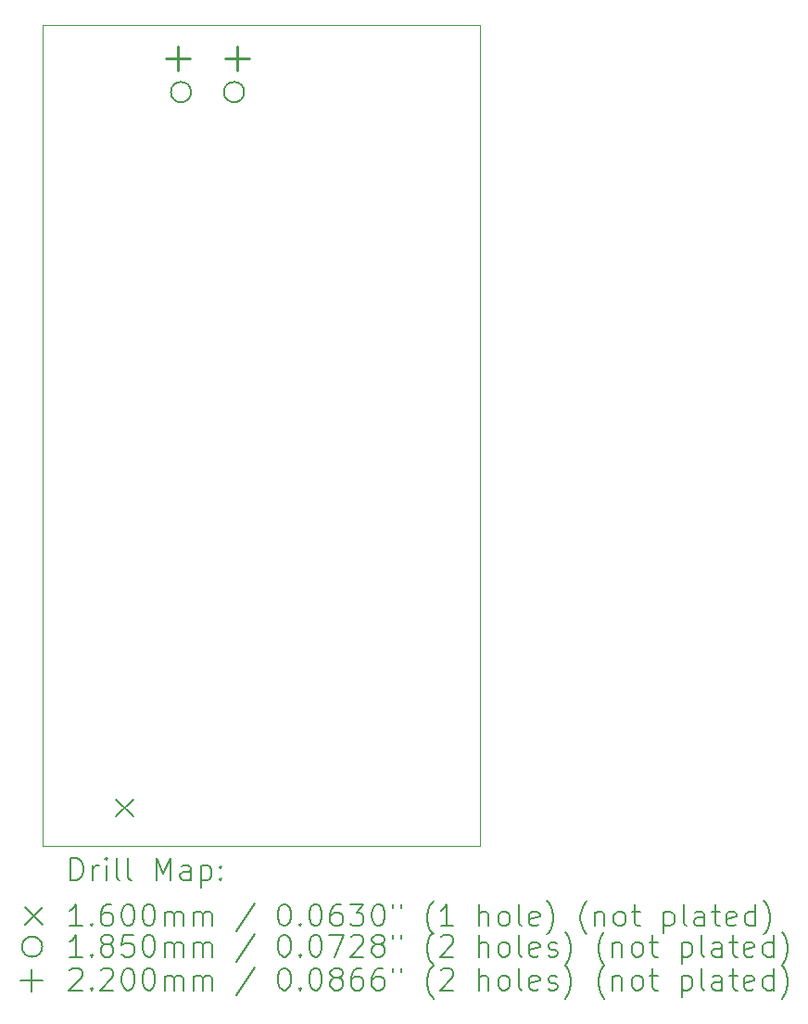
<source format=gbr>
%TF.GenerationSoftware,KiCad,Pcbnew,9.0.6-9.0.6~ubuntu22.04.1*%
%TF.CreationDate,2025-11-25T23:32:49+02:00*%
%TF.ProjectId,pico,7069636f-2e6b-4696-9361-645f70636258,1*%
%TF.SameCoordinates,Original*%
%TF.FileFunction,Drillmap*%
%TF.FilePolarity,Positive*%
%FSLAX45Y45*%
G04 Gerber Fmt 4.5, Leading zero omitted, Abs format (unit mm)*
G04 Created by KiCad (PCBNEW 9.0.6-9.0.6~ubuntu22.04.1) date 2025-11-25 23:32:49*
%MOMM*%
%LPD*%
G01*
G04 APERTURE LIST*
%ADD10C,0.050000*%
%ADD11C,0.200000*%
%ADD12C,0.160000*%
%ADD13C,0.185000*%
%ADD14C,0.220000*%
G04 APERTURE END LIST*
D10*
X10000000Y-5000000D02*
X14000000Y-5000000D01*
X14000000Y-12495000D01*
X10000000Y-12495000D01*
X10000000Y-5000000D01*
D11*
D12*
X10670000Y-12070000D02*
X10830000Y-12230000D01*
X10830000Y-12070000D02*
X10670000Y-12230000D01*
D13*
X11357500Y-5616000D02*
G75*
G02*
X11172500Y-5616000I-92500J0D01*
G01*
X11172500Y-5616000D02*
G75*
G02*
X11357500Y-5616000I92500J0D01*
G01*
X11842500Y-5616000D02*
G75*
G02*
X11657500Y-5616000I-92500J0D01*
G01*
X11657500Y-5616000D02*
G75*
G02*
X11842500Y-5616000I92500J0D01*
G01*
D14*
X11235000Y-5203000D02*
X11235000Y-5423000D01*
X11125000Y-5313000D02*
X11345000Y-5313000D01*
X11780000Y-5203000D02*
X11780000Y-5423000D01*
X11670000Y-5313000D02*
X11890000Y-5313000D01*
D11*
X10258277Y-12808984D02*
X10258277Y-12608984D01*
X10258277Y-12608984D02*
X10305896Y-12608984D01*
X10305896Y-12608984D02*
X10334467Y-12618508D01*
X10334467Y-12618508D02*
X10353515Y-12637555D01*
X10353515Y-12637555D02*
X10363039Y-12656603D01*
X10363039Y-12656603D02*
X10372563Y-12694698D01*
X10372563Y-12694698D02*
X10372563Y-12723269D01*
X10372563Y-12723269D02*
X10363039Y-12761365D01*
X10363039Y-12761365D02*
X10353515Y-12780412D01*
X10353515Y-12780412D02*
X10334467Y-12799460D01*
X10334467Y-12799460D02*
X10305896Y-12808984D01*
X10305896Y-12808984D02*
X10258277Y-12808984D01*
X10458277Y-12808984D02*
X10458277Y-12675650D01*
X10458277Y-12713746D02*
X10467801Y-12694698D01*
X10467801Y-12694698D02*
X10477324Y-12685174D01*
X10477324Y-12685174D02*
X10496372Y-12675650D01*
X10496372Y-12675650D02*
X10515420Y-12675650D01*
X10582086Y-12808984D02*
X10582086Y-12675650D01*
X10582086Y-12608984D02*
X10572563Y-12618508D01*
X10572563Y-12618508D02*
X10582086Y-12628031D01*
X10582086Y-12628031D02*
X10591610Y-12618508D01*
X10591610Y-12618508D02*
X10582086Y-12608984D01*
X10582086Y-12608984D02*
X10582086Y-12628031D01*
X10705896Y-12808984D02*
X10686848Y-12799460D01*
X10686848Y-12799460D02*
X10677324Y-12780412D01*
X10677324Y-12780412D02*
X10677324Y-12608984D01*
X10810658Y-12808984D02*
X10791610Y-12799460D01*
X10791610Y-12799460D02*
X10782086Y-12780412D01*
X10782086Y-12780412D02*
X10782086Y-12608984D01*
X11039229Y-12808984D02*
X11039229Y-12608984D01*
X11039229Y-12608984D02*
X11105896Y-12751841D01*
X11105896Y-12751841D02*
X11172563Y-12608984D01*
X11172563Y-12608984D02*
X11172563Y-12808984D01*
X11353515Y-12808984D02*
X11353515Y-12704222D01*
X11353515Y-12704222D02*
X11343991Y-12685174D01*
X11343991Y-12685174D02*
X11324943Y-12675650D01*
X11324943Y-12675650D02*
X11286848Y-12675650D01*
X11286848Y-12675650D02*
X11267801Y-12685174D01*
X11353515Y-12799460D02*
X11334467Y-12808984D01*
X11334467Y-12808984D02*
X11286848Y-12808984D01*
X11286848Y-12808984D02*
X11267801Y-12799460D01*
X11267801Y-12799460D02*
X11258277Y-12780412D01*
X11258277Y-12780412D02*
X11258277Y-12761365D01*
X11258277Y-12761365D02*
X11267801Y-12742317D01*
X11267801Y-12742317D02*
X11286848Y-12732793D01*
X11286848Y-12732793D02*
X11334467Y-12732793D01*
X11334467Y-12732793D02*
X11353515Y-12723269D01*
X11448753Y-12675650D02*
X11448753Y-12875650D01*
X11448753Y-12685174D02*
X11467801Y-12675650D01*
X11467801Y-12675650D02*
X11505896Y-12675650D01*
X11505896Y-12675650D02*
X11524943Y-12685174D01*
X11524943Y-12685174D02*
X11534467Y-12694698D01*
X11534467Y-12694698D02*
X11543991Y-12713746D01*
X11543991Y-12713746D02*
X11543991Y-12770888D01*
X11543991Y-12770888D02*
X11534467Y-12789936D01*
X11534467Y-12789936D02*
X11524943Y-12799460D01*
X11524943Y-12799460D02*
X11505896Y-12808984D01*
X11505896Y-12808984D02*
X11467801Y-12808984D01*
X11467801Y-12808984D02*
X11448753Y-12799460D01*
X11629705Y-12789936D02*
X11639229Y-12799460D01*
X11639229Y-12799460D02*
X11629705Y-12808984D01*
X11629705Y-12808984D02*
X11620182Y-12799460D01*
X11620182Y-12799460D02*
X11629705Y-12789936D01*
X11629705Y-12789936D02*
X11629705Y-12808984D01*
X11629705Y-12685174D02*
X11639229Y-12694698D01*
X11639229Y-12694698D02*
X11629705Y-12704222D01*
X11629705Y-12704222D02*
X11620182Y-12694698D01*
X11620182Y-12694698D02*
X11629705Y-12685174D01*
X11629705Y-12685174D02*
X11629705Y-12704222D01*
D12*
X9837500Y-13057500D02*
X9997500Y-13217500D01*
X9997500Y-13057500D02*
X9837500Y-13217500D01*
D11*
X10363039Y-13228984D02*
X10248753Y-13228984D01*
X10305896Y-13228984D02*
X10305896Y-13028984D01*
X10305896Y-13028984D02*
X10286848Y-13057555D01*
X10286848Y-13057555D02*
X10267801Y-13076603D01*
X10267801Y-13076603D02*
X10248753Y-13086127D01*
X10448753Y-13209936D02*
X10458277Y-13219460D01*
X10458277Y-13219460D02*
X10448753Y-13228984D01*
X10448753Y-13228984D02*
X10439229Y-13219460D01*
X10439229Y-13219460D02*
X10448753Y-13209936D01*
X10448753Y-13209936D02*
X10448753Y-13228984D01*
X10629705Y-13028984D02*
X10591610Y-13028984D01*
X10591610Y-13028984D02*
X10572563Y-13038508D01*
X10572563Y-13038508D02*
X10563039Y-13048031D01*
X10563039Y-13048031D02*
X10543991Y-13076603D01*
X10543991Y-13076603D02*
X10534467Y-13114698D01*
X10534467Y-13114698D02*
X10534467Y-13190888D01*
X10534467Y-13190888D02*
X10543991Y-13209936D01*
X10543991Y-13209936D02*
X10553515Y-13219460D01*
X10553515Y-13219460D02*
X10572563Y-13228984D01*
X10572563Y-13228984D02*
X10610658Y-13228984D01*
X10610658Y-13228984D02*
X10629705Y-13219460D01*
X10629705Y-13219460D02*
X10639229Y-13209936D01*
X10639229Y-13209936D02*
X10648753Y-13190888D01*
X10648753Y-13190888D02*
X10648753Y-13143269D01*
X10648753Y-13143269D02*
X10639229Y-13124222D01*
X10639229Y-13124222D02*
X10629705Y-13114698D01*
X10629705Y-13114698D02*
X10610658Y-13105174D01*
X10610658Y-13105174D02*
X10572563Y-13105174D01*
X10572563Y-13105174D02*
X10553515Y-13114698D01*
X10553515Y-13114698D02*
X10543991Y-13124222D01*
X10543991Y-13124222D02*
X10534467Y-13143269D01*
X10772563Y-13028984D02*
X10791610Y-13028984D01*
X10791610Y-13028984D02*
X10810658Y-13038508D01*
X10810658Y-13038508D02*
X10820182Y-13048031D01*
X10820182Y-13048031D02*
X10829705Y-13067079D01*
X10829705Y-13067079D02*
X10839229Y-13105174D01*
X10839229Y-13105174D02*
X10839229Y-13152793D01*
X10839229Y-13152793D02*
X10829705Y-13190888D01*
X10829705Y-13190888D02*
X10820182Y-13209936D01*
X10820182Y-13209936D02*
X10810658Y-13219460D01*
X10810658Y-13219460D02*
X10791610Y-13228984D01*
X10791610Y-13228984D02*
X10772563Y-13228984D01*
X10772563Y-13228984D02*
X10753515Y-13219460D01*
X10753515Y-13219460D02*
X10743991Y-13209936D01*
X10743991Y-13209936D02*
X10734467Y-13190888D01*
X10734467Y-13190888D02*
X10724944Y-13152793D01*
X10724944Y-13152793D02*
X10724944Y-13105174D01*
X10724944Y-13105174D02*
X10734467Y-13067079D01*
X10734467Y-13067079D02*
X10743991Y-13048031D01*
X10743991Y-13048031D02*
X10753515Y-13038508D01*
X10753515Y-13038508D02*
X10772563Y-13028984D01*
X10963039Y-13028984D02*
X10982086Y-13028984D01*
X10982086Y-13028984D02*
X11001134Y-13038508D01*
X11001134Y-13038508D02*
X11010658Y-13048031D01*
X11010658Y-13048031D02*
X11020182Y-13067079D01*
X11020182Y-13067079D02*
X11029705Y-13105174D01*
X11029705Y-13105174D02*
X11029705Y-13152793D01*
X11029705Y-13152793D02*
X11020182Y-13190888D01*
X11020182Y-13190888D02*
X11010658Y-13209936D01*
X11010658Y-13209936D02*
X11001134Y-13219460D01*
X11001134Y-13219460D02*
X10982086Y-13228984D01*
X10982086Y-13228984D02*
X10963039Y-13228984D01*
X10963039Y-13228984D02*
X10943991Y-13219460D01*
X10943991Y-13219460D02*
X10934467Y-13209936D01*
X10934467Y-13209936D02*
X10924944Y-13190888D01*
X10924944Y-13190888D02*
X10915420Y-13152793D01*
X10915420Y-13152793D02*
X10915420Y-13105174D01*
X10915420Y-13105174D02*
X10924944Y-13067079D01*
X10924944Y-13067079D02*
X10934467Y-13048031D01*
X10934467Y-13048031D02*
X10943991Y-13038508D01*
X10943991Y-13038508D02*
X10963039Y-13028984D01*
X11115420Y-13228984D02*
X11115420Y-13095650D01*
X11115420Y-13114698D02*
X11124944Y-13105174D01*
X11124944Y-13105174D02*
X11143991Y-13095650D01*
X11143991Y-13095650D02*
X11172563Y-13095650D01*
X11172563Y-13095650D02*
X11191610Y-13105174D01*
X11191610Y-13105174D02*
X11201134Y-13124222D01*
X11201134Y-13124222D02*
X11201134Y-13228984D01*
X11201134Y-13124222D02*
X11210658Y-13105174D01*
X11210658Y-13105174D02*
X11229705Y-13095650D01*
X11229705Y-13095650D02*
X11258277Y-13095650D01*
X11258277Y-13095650D02*
X11277324Y-13105174D01*
X11277324Y-13105174D02*
X11286848Y-13124222D01*
X11286848Y-13124222D02*
X11286848Y-13228984D01*
X11382086Y-13228984D02*
X11382086Y-13095650D01*
X11382086Y-13114698D02*
X11391610Y-13105174D01*
X11391610Y-13105174D02*
X11410658Y-13095650D01*
X11410658Y-13095650D02*
X11439229Y-13095650D01*
X11439229Y-13095650D02*
X11458277Y-13105174D01*
X11458277Y-13105174D02*
X11467801Y-13124222D01*
X11467801Y-13124222D02*
X11467801Y-13228984D01*
X11467801Y-13124222D02*
X11477324Y-13105174D01*
X11477324Y-13105174D02*
X11496372Y-13095650D01*
X11496372Y-13095650D02*
X11524943Y-13095650D01*
X11524943Y-13095650D02*
X11543991Y-13105174D01*
X11543991Y-13105174D02*
X11553515Y-13124222D01*
X11553515Y-13124222D02*
X11553515Y-13228984D01*
X11943991Y-13019460D02*
X11772563Y-13276603D01*
X12201134Y-13028984D02*
X12220182Y-13028984D01*
X12220182Y-13028984D02*
X12239229Y-13038508D01*
X12239229Y-13038508D02*
X12248753Y-13048031D01*
X12248753Y-13048031D02*
X12258277Y-13067079D01*
X12258277Y-13067079D02*
X12267801Y-13105174D01*
X12267801Y-13105174D02*
X12267801Y-13152793D01*
X12267801Y-13152793D02*
X12258277Y-13190888D01*
X12258277Y-13190888D02*
X12248753Y-13209936D01*
X12248753Y-13209936D02*
X12239229Y-13219460D01*
X12239229Y-13219460D02*
X12220182Y-13228984D01*
X12220182Y-13228984D02*
X12201134Y-13228984D01*
X12201134Y-13228984D02*
X12182086Y-13219460D01*
X12182086Y-13219460D02*
X12172563Y-13209936D01*
X12172563Y-13209936D02*
X12163039Y-13190888D01*
X12163039Y-13190888D02*
X12153515Y-13152793D01*
X12153515Y-13152793D02*
X12153515Y-13105174D01*
X12153515Y-13105174D02*
X12163039Y-13067079D01*
X12163039Y-13067079D02*
X12172563Y-13048031D01*
X12172563Y-13048031D02*
X12182086Y-13038508D01*
X12182086Y-13038508D02*
X12201134Y-13028984D01*
X12353515Y-13209936D02*
X12363039Y-13219460D01*
X12363039Y-13219460D02*
X12353515Y-13228984D01*
X12353515Y-13228984D02*
X12343991Y-13219460D01*
X12343991Y-13219460D02*
X12353515Y-13209936D01*
X12353515Y-13209936D02*
X12353515Y-13228984D01*
X12486848Y-13028984D02*
X12505896Y-13028984D01*
X12505896Y-13028984D02*
X12524944Y-13038508D01*
X12524944Y-13038508D02*
X12534467Y-13048031D01*
X12534467Y-13048031D02*
X12543991Y-13067079D01*
X12543991Y-13067079D02*
X12553515Y-13105174D01*
X12553515Y-13105174D02*
X12553515Y-13152793D01*
X12553515Y-13152793D02*
X12543991Y-13190888D01*
X12543991Y-13190888D02*
X12534467Y-13209936D01*
X12534467Y-13209936D02*
X12524944Y-13219460D01*
X12524944Y-13219460D02*
X12505896Y-13228984D01*
X12505896Y-13228984D02*
X12486848Y-13228984D01*
X12486848Y-13228984D02*
X12467801Y-13219460D01*
X12467801Y-13219460D02*
X12458277Y-13209936D01*
X12458277Y-13209936D02*
X12448753Y-13190888D01*
X12448753Y-13190888D02*
X12439229Y-13152793D01*
X12439229Y-13152793D02*
X12439229Y-13105174D01*
X12439229Y-13105174D02*
X12448753Y-13067079D01*
X12448753Y-13067079D02*
X12458277Y-13048031D01*
X12458277Y-13048031D02*
X12467801Y-13038508D01*
X12467801Y-13038508D02*
X12486848Y-13028984D01*
X12724944Y-13028984D02*
X12686848Y-13028984D01*
X12686848Y-13028984D02*
X12667801Y-13038508D01*
X12667801Y-13038508D02*
X12658277Y-13048031D01*
X12658277Y-13048031D02*
X12639229Y-13076603D01*
X12639229Y-13076603D02*
X12629706Y-13114698D01*
X12629706Y-13114698D02*
X12629706Y-13190888D01*
X12629706Y-13190888D02*
X12639229Y-13209936D01*
X12639229Y-13209936D02*
X12648753Y-13219460D01*
X12648753Y-13219460D02*
X12667801Y-13228984D01*
X12667801Y-13228984D02*
X12705896Y-13228984D01*
X12705896Y-13228984D02*
X12724944Y-13219460D01*
X12724944Y-13219460D02*
X12734467Y-13209936D01*
X12734467Y-13209936D02*
X12743991Y-13190888D01*
X12743991Y-13190888D02*
X12743991Y-13143269D01*
X12743991Y-13143269D02*
X12734467Y-13124222D01*
X12734467Y-13124222D02*
X12724944Y-13114698D01*
X12724944Y-13114698D02*
X12705896Y-13105174D01*
X12705896Y-13105174D02*
X12667801Y-13105174D01*
X12667801Y-13105174D02*
X12648753Y-13114698D01*
X12648753Y-13114698D02*
X12639229Y-13124222D01*
X12639229Y-13124222D02*
X12629706Y-13143269D01*
X12810658Y-13028984D02*
X12934467Y-13028984D01*
X12934467Y-13028984D02*
X12867801Y-13105174D01*
X12867801Y-13105174D02*
X12896372Y-13105174D01*
X12896372Y-13105174D02*
X12915420Y-13114698D01*
X12915420Y-13114698D02*
X12924944Y-13124222D01*
X12924944Y-13124222D02*
X12934467Y-13143269D01*
X12934467Y-13143269D02*
X12934467Y-13190888D01*
X12934467Y-13190888D02*
X12924944Y-13209936D01*
X12924944Y-13209936D02*
X12915420Y-13219460D01*
X12915420Y-13219460D02*
X12896372Y-13228984D01*
X12896372Y-13228984D02*
X12839229Y-13228984D01*
X12839229Y-13228984D02*
X12820182Y-13219460D01*
X12820182Y-13219460D02*
X12810658Y-13209936D01*
X13058277Y-13028984D02*
X13077325Y-13028984D01*
X13077325Y-13028984D02*
X13096372Y-13038508D01*
X13096372Y-13038508D02*
X13105896Y-13048031D01*
X13105896Y-13048031D02*
X13115420Y-13067079D01*
X13115420Y-13067079D02*
X13124944Y-13105174D01*
X13124944Y-13105174D02*
X13124944Y-13152793D01*
X13124944Y-13152793D02*
X13115420Y-13190888D01*
X13115420Y-13190888D02*
X13105896Y-13209936D01*
X13105896Y-13209936D02*
X13096372Y-13219460D01*
X13096372Y-13219460D02*
X13077325Y-13228984D01*
X13077325Y-13228984D02*
X13058277Y-13228984D01*
X13058277Y-13228984D02*
X13039229Y-13219460D01*
X13039229Y-13219460D02*
X13029706Y-13209936D01*
X13029706Y-13209936D02*
X13020182Y-13190888D01*
X13020182Y-13190888D02*
X13010658Y-13152793D01*
X13010658Y-13152793D02*
X13010658Y-13105174D01*
X13010658Y-13105174D02*
X13020182Y-13067079D01*
X13020182Y-13067079D02*
X13029706Y-13048031D01*
X13029706Y-13048031D02*
X13039229Y-13038508D01*
X13039229Y-13038508D02*
X13058277Y-13028984D01*
X13201134Y-13028984D02*
X13201134Y-13067079D01*
X13277325Y-13028984D02*
X13277325Y-13067079D01*
X13572563Y-13305174D02*
X13563039Y-13295650D01*
X13563039Y-13295650D02*
X13543991Y-13267079D01*
X13543991Y-13267079D02*
X13534468Y-13248031D01*
X13534468Y-13248031D02*
X13524944Y-13219460D01*
X13524944Y-13219460D02*
X13515420Y-13171841D01*
X13515420Y-13171841D02*
X13515420Y-13133746D01*
X13515420Y-13133746D02*
X13524944Y-13086127D01*
X13524944Y-13086127D02*
X13534468Y-13057555D01*
X13534468Y-13057555D02*
X13543991Y-13038508D01*
X13543991Y-13038508D02*
X13563039Y-13009936D01*
X13563039Y-13009936D02*
X13572563Y-13000412D01*
X13753515Y-13228984D02*
X13639229Y-13228984D01*
X13696372Y-13228984D02*
X13696372Y-13028984D01*
X13696372Y-13028984D02*
X13677325Y-13057555D01*
X13677325Y-13057555D02*
X13658277Y-13076603D01*
X13658277Y-13076603D02*
X13639229Y-13086127D01*
X13991610Y-13228984D02*
X13991610Y-13028984D01*
X14077325Y-13228984D02*
X14077325Y-13124222D01*
X14077325Y-13124222D02*
X14067801Y-13105174D01*
X14067801Y-13105174D02*
X14048753Y-13095650D01*
X14048753Y-13095650D02*
X14020182Y-13095650D01*
X14020182Y-13095650D02*
X14001134Y-13105174D01*
X14001134Y-13105174D02*
X13991610Y-13114698D01*
X14201134Y-13228984D02*
X14182087Y-13219460D01*
X14182087Y-13219460D02*
X14172563Y-13209936D01*
X14172563Y-13209936D02*
X14163039Y-13190888D01*
X14163039Y-13190888D02*
X14163039Y-13133746D01*
X14163039Y-13133746D02*
X14172563Y-13114698D01*
X14172563Y-13114698D02*
X14182087Y-13105174D01*
X14182087Y-13105174D02*
X14201134Y-13095650D01*
X14201134Y-13095650D02*
X14229706Y-13095650D01*
X14229706Y-13095650D02*
X14248753Y-13105174D01*
X14248753Y-13105174D02*
X14258277Y-13114698D01*
X14258277Y-13114698D02*
X14267801Y-13133746D01*
X14267801Y-13133746D02*
X14267801Y-13190888D01*
X14267801Y-13190888D02*
X14258277Y-13209936D01*
X14258277Y-13209936D02*
X14248753Y-13219460D01*
X14248753Y-13219460D02*
X14229706Y-13228984D01*
X14229706Y-13228984D02*
X14201134Y-13228984D01*
X14382087Y-13228984D02*
X14363039Y-13219460D01*
X14363039Y-13219460D02*
X14353515Y-13200412D01*
X14353515Y-13200412D02*
X14353515Y-13028984D01*
X14534468Y-13219460D02*
X14515420Y-13228984D01*
X14515420Y-13228984D02*
X14477325Y-13228984D01*
X14477325Y-13228984D02*
X14458277Y-13219460D01*
X14458277Y-13219460D02*
X14448753Y-13200412D01*
X14448753Y-13200412D02*
X14448753Y-13124222D01*
X14448753Y-13124222D02*
X14458277Y-13105174D01*
X14458277Y-13105174D02*
X14477325Y-13095650D01*
X14477325Y-13095650D02*
X14515420Y-13095650D01*
X14515420Y-13095650D02*
X14534468Y-13105174D01*
X14534468Y-13105174D02*
X14543991Y-13124222D01*
X14543991Y-13124222D02*
X14543991Y-13143269D01*
X14543991Y-13143269D02*
X14448753Y-13162317D01*
X14610658Y-13305174D02*
X14620182Y-13295650D01*
X14620182Y-13295650D02*
X14639230Y-13267079D01*
X14639230Y-13267079D02*
X14648753Y-13248031D01*
X14648753Y-13248031D02*
X14658277Y-13219460D01*
X14658277Y-13219460D02*
X14667801Y-13171841D01*
X14667801Y-13171841D02*
X14667801Y-13133746D01*
X14667801Y-13133746D02*
X14658277Y-13086127D01*
X14658277Y-13086127D02*
X14648753Y-13057555D01*
X14648753Y-13057555D02*
X14639230Y-13038508D01*
X14639230Y-13038508D02*
X14620182Y-13009936D01*
X14620182Y-13009936D02*
X14610658Y-13000412D01*
X14972563Y-13305174D02*
X14963039Y-13295650D01*
X14963039Y-13295650D02*
X14943991Y-13267079D01*
X14943991Y-13267079D02*
X14934468Y-13248031D01*
X14934468Y-13248031D02*
X14924944Y-13219460D01*
X14924944Y-13219460D02*
X14915420Y-13171841D01*
X14915420Y-13171841D02*
X14915420Y-13133746D01*
X14915420Y-13133746D02*
X14924944Y-13086127D01*
X14924944Y-13086127D02*
X14934468Y-13057555D01*
X14934468Y-13057555D02*
X14943991Y-13038508D01*
X14943991Y-13038508D02*
X14963039Y-13009936D01*
X14963039Y-13009936D02*
X14972563Y-13000412D01*
X15048753Y-13095650D02*
X15048753Y-13228984D01*
X15048753Y-13114698D02*
X15058277Y-13105174D01*
X15058277Y-13105174D02*
X15077325Y-13095650D01*
X15077325Y-13095650D02*
X15105896Y-13095650D01*
X15105896Y-13095650D02*
X15124944Y-13105174D01*
X15124944Y-13105174D02*
X15134468Y-13124222D01*
X15134468Y-13124222D02*
X15134468Y-13228984D01*
X15258277Y-13228984D02*
X15239230Y-13219460D01*
X15239230Y-13219460D02*
X15229706Y-13209936D01*
X15229706Y-13209936D02*
X15220182Y-13190888D01*
X15220182Y-13190888D02*
X15220182Y-13133746D01*
X15220182Y-13133746D02*
X15229706Y-13114698D01*
X15229706Y-13114698D02*
X15239230Y-13105174D01*
X15239230Y-13105174D02*
X15258277Y-13095650D01*
X15258277Y-13095650D02*
X15286849Y-13095650D01*
X15286849Y-13095650D02*
X15305896Y-13105174D01*
X15305896Y-13105174D02*
X15315420Y-13114698D01*
X15315420Y-13114698D02*
X15324944Y-13133746D01*
X15324944Y-13133746D02*
X15324944Y-13190888D01*
X15324944Y-13190888D02*
X15315420Y-13209936D01*
X15315420Y-13209936D02*
X15305896Y-13219460D01*
X15305896Y-13219460D02*
X15286849Y-13228984D01*
X15286849Y-13228984D02*
X15258277Y-13228984D01*
X15382087Y-13095650D02*
X15458277Y-13095650D01*
X15410658Y-13028984D02*
X15410658Y-13200412D01*
X15410658Y-13200412D02*
X15420182Y-13219460D01*
X15420182Y-13219460D02*
X15439230Y-13228984D01*
X15439230Y-13228984D02*
X15458277Y-13228984D01*
X15677325Y-13095650D02*
X15677325Y-13295650D01*
X15677325Y-13105174D02*
X15696372Y-13095650D01*
X15696372Y-13095650D02*
X15734468Y-13095650D01*
X15734468Y-13095650D02*
X15753515Y-13105174D01*
X15753515Y-13105174D02*
X15763039Y-13114698D01*
X15763039Y-13114698D02*
X15772563Y-13133746D01*
X15772563Y-13133746D02*
X15772563Y-13190888D01*
X15772563Y-13190888D02*
X15763039Y-13209936D01*
X15763039Y-13209936D02*
X15753515Y-13219460D01*
X15753515Y-13219460D02*
X15734468Y-13228984D01*
X15734468Y-13228984D02*
X15696372Y-13228984D01*
X15696372Y-13228984D02*
X15677325Y-13219460D01*
X15886849Y-13228984D02*
X15867801Y-13219460D01*
X15867801Y-13219460D02*
X15858277Y-13200412D01*
X15858277Y-13200412D02*
X15858277Y-13028984D01*
X16048753Y-13228984D02*
X16048753Y-13124222D01*
X16048753Y-13124222D02*
X16039230Y-13105174D01*
X16039230Y-13105174D02*
X16020182Y-13095650D01*
X16020182Y-13095650D02*
X15982087Y-13095650D01*
X15982087Y-13095650D02*
X15963039Y-13105174D01*
X16048753Y-13219460D02*
X16029706Y-13228984D01*
X16029706Y-13228984D02*
X15982087Y-13228984D01*
X15982087Y-13228984D02*
X15963039Y-13219460D01*
X15963039Y-13219460D02*
X15953515Y-13200412D01*
X15953515Y-13200412D02*
X15953515Y-13181365D01*
X15953515Y-13181365D02*
X15963039Y-13162317D01*
X15963039Y-13162317D02*
X15982087Y-13152793D01*
X15982087Y-13152793D02*
X16029706Y-13152793D01*
X16029706Y-13152793D02*
X16048753Y-13143269D01*
X16115420Y-13095650D02*
X16191611Y-13095650D01*
X16143992Y-13028984D02*
X16143992Y-13200412D01*
X16143992Y-13200412D02*
X16153515Y-13219460D01*
X16153515Y-13219460D02*
X16172563Y-13228984D01*
X16172563Y-13228984D02*
X16191611Y-13228984D01*
X16334468Y-13219460D02*
X16315420Y-13228984D01*
X16315420Y-13228984D02*
X16277325Y-13228984D01*
X16277325Y-13228984D02*
X16258277Y-13219460D01*
X16258277Y-13219460D02*
X16248753Y-13200412D01*
X16248753Y-13200412D02*
X16248753Y-13124222D01*
X16248753Y-13124222D02*
X16258277Y-13105174D01*
X16258277Y-13105174D02*
X16277325Y-13095650D01*
X16277325Y-13095650D02*
X16315420Y-13095650D01*
X16315420Y-13095650D02*
X16334468Y-13105174D01*
X16334468Y-13105174D02*
X16343992Y-13124222D01*
X16343992Y-13124222D02*
X16343992Y-13143269D01*
X16343992Y-13143269D02*
X16248753Y-13162317D01*
X16515420Y-13228984D02*
X16515420Y-13028984D01*
X16515420Y-13219460D02*
X16496373Y-13228984D01*
X16496373Y-13228984D02*
X16458277Y-13228984D01*
X16458277Y-13228984D02*
X16439230Y-13219460D01*
X16439230Y-13219460D02*
X16429706Y-13209936D01*
X16429706Y-13209936D02*
X16420182Y-13190888D01*
X16420182Y-13190888D02*
X16420182Y-13133746D01*
X16420182Y-13133746D02*
X16429706Y-13114698D01*
X16429706Y-13114698D02*
X16439230Y-13105174D01*
X16439230Y-13105174D02*
X16458277Y-13095650D01*
X16458277Y-13095650D02*
X16496373Y-13095650D01*
X16496373Y-13095650D02*
X16515420Y-13105174D01*
X16591611Y-13305174D02*
X16601134Y-13295650D01*
X16601134Y-13295650D02*
X16620182Y-13267079D01*
X16620182Y-13267079D02*
X16629706Y-13248031D01*
X16629706Y-13248031D02*
X16639230Y-13219460D01*
X16639230Y-13219460D02*
X16648753Y-13171841D01*
X16648753Y-13171841D02*
X16648753Y-13133746D01*
X16648753Y-13133746D02*
X16639230Y-13086127D01*
X16639230Y-13086127D02*
X16629706Y-13057555D01*
X16629706Y-13057555D02*
X16620182Y-13038508D01*
X16620182Y-13038508D02*
X16601134Y-13009936D01*
X16601134Y-13009936D02*
X16591611Y-13000412D01*
D13*
X9997500Y-13417500D02*
G75*
G02*
X9812500Y-13417500I-92500J0D01*
G01*
X9812500Y-13417500D02*
G75*
G02*
X9997500Y-13417500I92500J0D01*
G01*
D11*
X10363039Y-13508984D02*
X10248753Y-13508984D01*
X10305896Y-13508984D02*
X10305896Y-13308984D01*
X10305896Y-13308984D02*
X10286848Y-13337555D01*
X10286848Y-13337555D02*
X10267801Y-13356603D01*
X10267801Y-13356603D02*
X10248753Y-13366127D01*
X10448753Y-13489936D02*
X10458277Y-13499460D01*
X10458277Y-13499460D02*
X10448753Y-13508984D01*
X10448753Y-13508984D02*
X10439229Y-13499460D01*
X10439229Y-13499460D02*
X10448753Y-13489936D01*
X10448753Y-13489936D02*
X10448753Y-13508984D01*
X10572563Y-13394698D02*
X10553515Y-13385174D01*
X10553515Y-13385174D02*
X10543991Y-13375650D01*
X10543991Y-13375650D02*
X10534467Y-13356603D01*
X10534467Y-13356603D02*
X10534467Y-13347079D01*
X10534467Y-13347079D02*
X10543991Y-13328031D01*
X10543991Y-13328031D02*
X10553515Y-13318508D01*
X10553515Y-13318508D02*
X10572563Y-13308984D01*
X10572563Y-13308984D02*
X10610658Y-13308984D01*
X10610658Y-13308984D02*
X10629705Y-13318508D01*
X10629705Y-13318508D02*
X10639229Y-13328031D01*
X10639229Y-13328031D02*
X10648753Y-13347079D01*
X10648753Y-13347079D02*
X10648753Y-13356603D01*
X10648753Y-13356603D02*
X10639229Y-13375650D01*
X10639229Y-13375650D02*
X10629705Y-13385174D01*
X10629705Y-13385174D02*
X10610658Y-13394698D01*
X10610658Y-13394698D02*
X10572563Y-13394698D01*
X10572563Y-13394698D02*
X10553515Y-13404222D01*
X10553515Y-13404222D02*
X10543991Y-13413746D01*
X10543991Y-13413746D02*
X10534467Y-13432793D01*
X10534467Y-13432793D02*
X10534467Y-13470888D01*
X10534467Y-13470888D02*
X10543991Y-13489936D01*
X10543991Y-13489936D02*
X10553515Y-13499460D01*
X10553515Y-13499460D02*
X10572563Y-13508984D01*
X10572563Y-13508984D02*
X10610658Y-13508984D01*
X10610658Y-13508984D02*
X10629705Y-13499460D01*
X10629705Y-13499460D02*
X10639229Y-13489936D01*
X10639229Y-13489936D02*
X10648753Y-13470888D01*
X10648753Y-13470888D02*
X10648753Y-13432793D01*
X10648753Y-13432793D02*
X10639229Y-13413746D01*
X10639229Y-13413746D02*
X10629705Y-13404222D01*
X10629705Y-13404222D02*
X10610658Y-13394698D01*
X10829705Y-13308984D02*
X10734467Y-13308984D01*
X10734467Y-13308984D02*
X10724944Y-13404222D01*
X10724944Y-13404222D02*
X10734467Y-13394698D01*
X10734467Y-13394698D02*
X10753515Y-13385174D01*
X10753515Y-13385174D02*
X10801134Y-13385174D01*
X10801134Y-13385174D02*
X10820182Y-13394698D01*
X10820182Y-13394698D02*
X10829705Y-13404222D01*
X10829705Y-13404222D02*
X10839229Y-13423269D01*
X10839229Y-13423269D02*
X10839229Y-13470888D01*
X10839229Y-13470888D02*
X10829705Y-13489936D01*
X10829705Y-13489936D02*
X10820182Y-13499460D01*
X10820182Y-13499460D02*
X10801134Y-13508984D01*
X10801134Y-13508984D02*
X10753515Y-13508984D01*
X10753515Y-13508984D02*
X10734467Y-13499460D01*
X10734467Y-13499460D02*
X10724944Y-13489936D01*
X10963039Y-13308984D02*
X10982086Y-13308984D01*
X10982086Y-13308984D02*
X11001134Y-13318508D01*
X11001134Y-13318508D02*
X11010658Y-13328031D01*
X11010658Y-13328031D02*
X11020182Y-13347079D01*
X11020182Y-13347079D02*
X11029705Y-13385174D01*
X11029705Y-13385174D02*
X11029705Y-13432793D01*
X11029705Y-13432793D02*
X11020182Y-13470888D01*
X11020182Y-13470888D02*
X11010658Y-13489936D01*
X11010658Y-13489936D02*
X11001134Y-13499460D01*
X11001134Y-13499460D02*
X10982086Y-13508984D01*
X10982086Y-13508984D02*
X10963039Y-13508984D01*
X10963039Y-13508984D02*
X10943991Y-13499460D01*
X10943991Y-13499460D02*
X10934467Y-13489936D01*
X10934467Y-13489936D02*
X10924944Y-13470888D01*
X10924944Y-13470888D02*
X10915420Y-13432793D01*
X10915420Y-13432793D02*
X10915420Y-13385174D01*
X10915420Y-13385174D02*
X10924944Y-13347079D01*
X10924944Y-13347079D02*
X10934467Y-13328031D01*
X10934467Y-13328031D02*
X10943991Y-13318508D01*
X10943991Y-13318508D02*
X10963039Y-13308984D01*
X11115420Y-13508984D02*
X11115420Y-13375650D01*
X11115420Y-13394698D02*
X11124944Y-13385174D01*
X11124944Y-13385174D02*
X11143991Y-13375650D01*
X11143991Y-13375650D02*
X11172563Y-13375650D01*
X11172563Y-13375650D02*
X11191610Y-13385174D01*
X11191610Y-13385174D02*
X11201134Y-13404222D01*
X11201134Y-13404222D02*
X11201134Y-13508984D01*
X11201134Y-13404222D02*
X11210658Y-13385174D01*
X11210658Y-13385174D02*
X11229705Y-13375650D01*
X11229705Y-13375650D02*
X11258277Y-13375650D01*
X11258277Y-13375650D02*
X11277324Y-13385174D01*
X11277324Y-13385174D02*
X11286848Y-13404222D01*
X11286848Y-13404222D02*
X11286848Y-13508984D01*
X11382086Y-13508984D02*
X11382086Y-13375650D01*
X11382086Y-13394698D02*
X11391610Y-13385174D01*
X11391610Y-13385174D02*
X11410658Y-13375650D01*
X11410658Y-13375650D02*
X11439229Y-13375650D01*
X11439229Y-13375650D02*
X11458277Y-13385174D01*
X11458277Y-13385174D02*
X11467801Y-13404222D01*
X11467801Y-13404222D02*
X11467801Y-13508984D01*
X11467801Y-13404222D02*
X11477324Y-13385174D01*
X11477324Y-13385174D02*
X11496372Y-13375650D01*
X11496372Y-13375650D02*
X11524943Y-13375650D01*
X11524943Y-13375650D02*
X11543991Y-13385174D01*
X11543991Y-13385174D02*
X11553515Y-13404222D01*
X11553515Y-13404222D02*
X11553515Y-13508984D01*
X11943991Y-13299460D02*
X11772563Y-13556603D01*
X12201134Y-13308984D02*
X12220182Y-13308984D01*
X12220182Y-13308984D02*
X12239229Y-13318508D01*
X12239229Y-13318508D02*
X12248753Y-13328031D01*
X12248753Y-13328031D02*
X12258277Y-13347079D01*
X12258277Y-13347079D02*
X12267801Y-13385174D01*
X12267801Y-13385174D02*
X12267801Y-13432793D01*
X12267801Y-13432793D02*
X12258277Y-13470888D01*
X12258277Y-13470888D02*
X12248753Y-13489936D01*
X12248753Y-13489936D02*
X12239229Y-13499460D01*
X12239229Y-13499460D02*
X12220182Y-13508984D01*
X12220182Y-13508984D02*
X12201134Y-13508984D01*
X12201134Y-13508984D02*
X12182086Y-13499460D01*
X12182086Y-13499460D02*
X12172563Y-13489936D01*
X12172563Y-13489936D02*
X12163039Y-13470888D01*
X12163039Y-13470888D02*
X12153515Y-13432793D01*
X12153515Y-13432793D02*
X12153515Y-13385174D01*
X12153515Y-13385174D02*
X12163039Y-13347079D01*
X12163039Y-13347079D02*
X12172563Y-13328031D01*
X12172563Y-13328031D02*
X12182086Y-13318508D01*
X12182086Y-13318508D02*
X12201134Y-13308984D01*
X12353515Y-13489936D02*
X12363039Y-13499460D01*
X12363039Y-13499460D02*
X12353515Y-13508984D01*
X12353515Y-13508984D02*
X12343991Y-13499460D01*
X12343991Y-13499460D02*
X12353515Y-13489936D01*
X12353515Y-13489936D02*
X12353515Y-13508984D01*
X12486848Y-13308984D02*
X12505896Y-13308984D01*
X12505896Y-13308984D02*
X12524944Y-13318508D01*
X12524944Y-13318508D02*
X12534467Y-13328031D01*
X12534467Y-13328031D02*
X12543991Y-13347079D01*
X12543991Y-13347079D02*
X12553515Y-13385174D01*
X12553515Y-13385174D02*
X12553515Y-13432793D01*
X12553515Y-13432793D02*
X12543991Y-13470888D01*
X12543991Y-13470888D02*
X12534467Y-13489936D01*
X12534467Y-13489936D02*
X12524944Y-13499460D01*
X12524944Y-13499460D02*
X12505896Y-13508984D01*
X12505896Y-13508984D02*
X12486848Y-13508984D01*
X12486848Y-13508984D02*
X12467801Y-13499460D01*
X12467801Y-13499460D02*
X12458277Y-13489936D01*
X12458277Y-13489936D02*
X12448753Y-13470888D01*
X12448753Y-13470888D02*
X12439229Y-13432793D01*
X12439229Y-13432793D02*
X12439229Y-13385174D01*
X12439229Y-13385174D02*
X12448753Y-13347079D01*
X12448753Y-13347079D02*
X12458277Y-13328031D01*
X12458277Y-13328031D02*
X12467801Y-13318508D01*
X12467801Y-13318508D02*
X12486848Y-13308984D01*
X12620182Y-13308984D02*
X12753515Y-13308984D01*
X12753515Y-13308984D02*
X12667801Y-13508984D01*
X12820182Y-13328031D02*
X12829706Y-13318508D01*
X12829706Y-13318508D02*
X12848753Y-13308984D01*
X12848753Y-13308984D02*
X12896372Y-13308984D01*
X12896372Y-13308984D02*
X12915420Y-13318508D01*
X12915420Y-13318508D02*
X12924944Y-13328031D01*
X12924944Y-13328031D02*
X12934467Y-13347079D01*
X12934467Y-13347079D02*
X12934467Y-13366127D01*
X12934467Y-13366127D02*
X12924944Y-13394698D01*
X12924944Y-13394698D02*
X12810658Y-13508984D01*
X12810658Y-13508984D02*
X12934467Y-13508984D01*
X13048753Y-13394698D02*
X13029706Y-13385174D01*
X13029706Y-13385174D02*
X13020182Y-13375650D01*
X13020182Y-13375650D02*
X13010658Y-13356603D01*
X13010658Y-13356603D02*
X13010658Y-13347079D01*
X13010658Y-13347079D02*
X13020182Y-13328031D01*
X13020182Y-13328031D02*
X13029706Y-13318508D01*
X13029706Y-13318508D02*
X13048753Y-13308984D01*
X13048753Y-13308984D02*
X13086848Y-13308984D01*
X13086848Y-13308984D02*
X13105896Y-13318508D01*
X13105896Y-13318508D02*
X13115420Y-13328031D01*
X13115420Y-13328031D02*
X13124944Y-13347079D01*
X13124944Y-13347079D02*
X13124944Y-13356603D01*
X13124944Y-13356603D02*
X13115420Y-13375650D01*
X13115420Y-13375650D02*
X13105896Y-13385174D01*
X13105896Y-13385174D02*
X13086848Y-13394698D01*
X13086848Y-13394698D02*
X13048753Y-13394698D01*
X13048753Y-13394698D02*
X13029706Y-13404222D01*
X13029706Y-13404222D02*
X13020182Y-13413746D01*
X13020182Y-13413746D02*
X13010658Y-13432793D01*
X13010658Y-13432793D02*
X13010658Y-13470888D01*
X13010658Y-13470888D02*
X13020182Y-13489936D01*
X13020182Y-13489936D02*
X13029706Y-13499460D01*
X13029706Y-13499460D02*
X13048753Y-13508984D01*
X13048753Y-13508984D02*
X13086848Y-13508984D01*
X13086848Y-13508984D02*
X13105896Y-13499460D01*
X13105896Y-13499460D02*
X13115420Y-13489936D01*
X13115420Y-13489936D02*
X13124944Y-13470888D01*
X13124944Y-13470888D02*
X13124944Y-13432793D01*
X13124944Y-13432793D02*
X13115420Y-13413746D01*
X13115420Y-13413746D02*
X13105896Y-13404222D01*
X13105896Y-13404222D02*
X13086848Y-13394698D01*
X13201134Y-13308984D02*
X13201134Y-13347079D01*
X13277325Y-13308984D02*
X13277325Y-13347079D01*
X13572563Y-13585174D02*
X13563039Y-13575650D01*
X13563039Y-13575650D02*
X13543991Y-13547079D01*
X13543991Y-13547079D02*
X13534468Y-13528031D01*
X13534468Y-13528031D02*
X13524944Y-13499460D01*
X13524944Y-13499460D02*
X13515420Y-13451841D01*
X13515420Y-13451841D02*
X13515420Y-13413746D01*
X13515420Y-13413746D02*
X13524944Y-13366127D01*
X13524944Y-13366127D02*
X13534468Y-13337555D01*
X13534468Y-13337555D02*
X13543991Y-13318508D01*
X13543991Y-13318508D02*
X13563039Y-13289936D01*
X13563039Y-13289936D02*
X13572563Y-13280412D01*
X13639229Y-13328031D02*
X13648753Y-13318508D01*
X13648753Y-13318508D02*
X13667801Y-13308984D01*
X13667801Y-13308984D02*
X13715420Y-13308984D01*
X13715420Y-13308984D02*
X13734468Y-13318508D01*
X13734468Y-13318508D02*
X13743991Y-13328031D01*
X13743991Y-13328031D02*
X13753515Y-13347079D01*
X13753515Y-13347079D02*
X13753515Y-13366127D01*
X13753515Y-13366127D02*
X13743991Y-13394698D01*
X13743991Y-13394698D02*
X13629706Y-13508984D01*
X13629706Y-13508984D02*
X13753515Y-13508984D01*
X13991610Y-13508984D02*
X13991610Y-13308984D01*
X14077325Y-13508984D02*
X14077325Y-13404222D01*
X14077325Y-13404222D02*
X14067801Y-13385174D01*
X14067801Y-13385174D02*
X14048753Y-13375650D01*
X14048753Y-13375650D02*
X14020182Y-13375650D01*
X14020182Y-13375650D02*
X14001134Y-13385174D01*
X14001134Y-13385174D02*
X13991610Y-13394698D01*
X14201134Y-13508984D02*
X14182087Y-13499460D01*
X14182087Y-13499460D02*
X14172563Y-13489936D01*
X14172563Y-13489936D02*
X14163039Y-13470888D01*
X14163039Y-13470888D02*
X14163039Y-13413746D01*
X14163039Y-13413746D02*
X14172563Y-13394698D01*
X14172563Y-13394698D02*
X14182087Y-13385174D01*
X14182087Y-13385174D02*
X14201134Y-13375650D01*
X14201134Y-13375650D02*
X14229706Y-13375650D01*
X14229706Y-13375650D02*
X14248753Y-13385174D01*
X14248753Y-13385174D02*
X14258277Y-13394698D01*
X14258277Y-13394698D02*
X14267801Y-13413746D01*
X14267801Y-13413746D02*
X14267801Y-13470888D01*
X14267801Y-13470888D02*
X14258277Y-13489936D01*
X14258277Y-13489936D02*
X14248753Y-13499460D01*
X14248753Y-13499460D02*
X14229706Y-13508984D01*
X14229706Y-13508984D02*
X14201134Y-13508984D01*
X14382087Y-13508984D02*
X14363039Y-13499460D01*
X14363039Y-13499460D02*
X14353515Y-13480412D01*
X14353515Y-13480412D02*
X14353515Y-13308984D01*
X14534468Y-13499460D02*
X14515420Y-13508984D01*
X14515420Y-13508984D02*
X14477325Y-13508984D01*
X14477325Y-13508984D02*
X14458277Y-13499460D01*
X14458277Y-13499460D02*
X14448753Y-13480412D01*
X14448753Y-13480412D02*
X14448753Y-13404222D01*
X14448753Y-13404222D02*
X14458277Y-13385174D01*
X14458277Y-13385174D02*
X14477325Y-13375650D01*
X14477325Y-13375650D02*
X14515420Y-13375650D01*
X14515420Y-13375650D02*
X14534468Y-13385174D01*
X14534468Y-13385174D02*
X14543991Y-13404222D01*
X14543991Y-13404222D02*
X14543991Y-13423269D01*
X14543991Y-13423269D02*
X14448753Y-13442317D01*
X14620182Y-13499460D02*
X14639230Y-13508984D01*
X14639230Y-13508984D02*
X14677325Y-13508984D01*
X14677325Y-13508984D02*
X14696372Y-13499460D01*
X14696372Y-13499460D02*
X14705896Y-13480412D01*
X14705896Y-13480412D02*
X14705896Y-13470888D01*
X14705896Y-13470888D02*
X14696372Y-13451841D01*
X14696372Y-13451841D02*
X14677325Y-13442317D01*
X14677325Y-13442317D02*
X14648753Y-13442317D01*
X14648753Y-13442317D02*
X14629706Y-13432793D01*
X14629706Y-13432793D02*
X14620182Y-13413746D01*
X14620182Y-13413746D02*
X14620182Y-13404222D01*
X14620182Y-13404222D02*
X14629706Y-13385174D01*
X14629706Y-13385174D02*
X14648753Y-13375650D01*
X14648753Y-13375650D02*
X14677325Y-13375650D01*
X14677325Y-13375650D02*
X14696372Y-13385174D01*
X14772563Y-13585174D02*
X14782087Y-13575650D01*
X14782087Y-13575650D02*
X14801134Y-13547079D01*
X14801134Y-13547079D02*
X14810658Y-13528031D01*
X14810658Y-13528031D02*
X14820182Y-13499460D01*
X14820182Y-13499460D02*
X14829706Y-13451841D01*
X14829706Y-13451841D02*
X14829706Y-13413746D01*
X14829706Y-13413746D02*
X14820182Y-13366127D01*
X14820182Y-13366127D02*
X14810658Y-13337555D01*
X14810658Y-13337555D02*
X14801134Y-13318508D01*
X14801134Y-13318508D02*
X14782087Y-13289936D01*
X14782087Y-13289936D02*
X14772563Y-13280412D01*
X15134468Y-13585174D02*
X15124944Y-13575650D01*
X15124944Y-13575650D02*
X15105896Y-13547079D01*
X15105896Y-13547079D02*
X15096372Y-13528031D01*
X15096372Y-13528031D02*
X15086849Y-13499460D01*
X15086849Y-13499460D02*
X15077325Y-13451841D01*
X15077325Y-13451841D02*
X15077325Y-13413746D01*
X15077325Y-13413746D02*
X15086849Y-13366127D01*
X15086849Y-13366127D02*
X15096372Y-13337555D01*
X15096372Y-13337555D02*
X15105896Y-13318508D01*
X15105896Y-13318508D02*
X15124944Y-13289936D01*
X15124944Y-13289936D02*
X15134468Y-13280412D01*
X15210658Y-13375650D02*
X15210658Y-13508984D01*
X15210658Y-13394698D02*
X15220182Y-13385174D01*
X15220182Y-13385174D02*
X15239230Y-13375650D01*
X15239230Y-13375650D02*
X15267801Y-13375650D01*
X15267801Y-13375650D02*
X15286849Y-13385174D01*
X15286849Y-13385174D02*
X15296372Y-13404222D01*
X15296372Y-13404222D02*
X15296372Y-13508984D01*
X15420182Y-13508984D02*
X15401134Y-13499460D01*
X15401134Y-13499460D02*
X15391611Y-13489936D01*
X15391611Y-13489936D02*
X15382087Y-13470888D01*
X15382087Y-13470888D02*
X15382087Y-13413746D01*
X15382087Y-13413746D02*
X15391611Y-13394698D01*
X15391611Y-13394698D02*
X15401134Y-13385174D01*
X15401134Y-13385174D02*
X15420182Y-13375650D01*
X15420182Y-13375650D02*
X15448753Y-13375650D01*
X15448753Y-13375650D02*
X15467801Y-13385174D01*
X15467801Y-13385174D02*
X15477325Y-13394698D01*
X15477325Y-13394698D02*
X15486849Y-13413746D01*
X15486849Y-13413746D02*
X15486849Y-13470888D01*
X15486849Y-13470888D02*
X15477325Y-13489936D01*
X15477325Y-13489936D02*
X15467801Y-13499460D01*
X15467801Y-13499460D02*
X15448753Y-13508984D01*
X15448753Y-13508984D02*
X15420182Y-13508984D01*
X15543992Y-13375650D02*
X15620182Y-13375650D01*
X15572563Y-13308984D02*
X15572563Y-13480412D01*
X15572563Y-13480412D02*
X15582087Y-13499460D01*
X15582087Y-13499460D02*
X15601134Y-13508984D01*
X15601134Y-13508984D02*
X15620182Y-13508984D01*
X15839230Y-13375650D02*
X15839230Y-13575650D01*
X15839230Y-13385174D02*
X15858277Y-13375650D01*
X15858277Y-13375650D02*
X15896373Y-13375650D01*
X15896373Y-13375650D02*
X15915420Y-13385174D01*
X15915420Y-13385174D02*
X15924944Y-13394698D01*
X15924944Y-13394698D02*
X15934468Y-13413746D01*
X15934468Y-13413746D02*
X15934468Y-13470888D01*
X15934468Y-13470888D02*
X15924944Y-13489936D01*
X15924944Y-13489936D02*
X15915420Y-13499460D01*
X15915420Y-13499460D02*
X15896373Y-13508984D01*
X15896373Y-13508984D02*
X15858277Y-13508984D01*
X15858277Y-13508984D02*
X15839230Y-13499460D01*
X16048753Y-13508984D02*
X16029706Y-13499460D01*
X16029706Y-13499460D02*
X16020182Y-13480412D01*
X16020182Y-13480412D02*
X16020182Y-13308984D01*
X16210658Y-13508984D02*
X16210658Y-13404222D01*
X16210658Y-13404222D02*
X16201134Y-13385174D01*
X16201134Y-13385174D02*
X16182087Y-13375650D01*
X16182087Y-13375650D02*
X16143992Y-13375650D01*
X16143992Y-13375650D02*
X16124944Y-13385174D01*
X16210658Y-13499460D02*
X16191611Y-13508984D01*
X16191611Y-13508984D02*
X16143992Y-13508984D01*
X16143992Y-13508984D02*
X16124944Y-13499460D01*
X16124944Y-13499460D02*
X16115420Y-13480412D01*
X16115420Y-13480412D02*
X16115420Y-13461365D01*
X16115420Y-13461365D02*
X16124944Y-13442317D01*
X16124944Y-13442317D02*
X16143992Y-13432793D01*
X16143992Y-13432793D02*
X16191611Y-13432793D01*
X16191611Y-13432793D02*
X16210658Y-13423269D01*
X16277325Y-13375650D02*
X16353515Y-13375650D01*
X16305896Y-13308984D02*
X16305896Y-13480412D01*
X16305896Y-13480412D02*
X16315420Y-13499460D01*
X16315420Y-13499460D02*
X16334468Y-13508984D01*
X16334468Y-13508984D02*
X16353515Y-13508984D01*
X16496373Y-13499460D02*
X16477325Y-13508984D01*
X16477325Y-13508984D02*
X16439230Y-13508984D01*
X16439230Y-13508984D02*
X16420182Y-13499460D01*
X16420182Y-13499460D02*
X16410658Y-13480412D01*
X16410658Y-13480412D02*
X16410658Y-13404222D01*
X16410658Y-13404222D02*
X16420182Y-13385174D01*
X16420182Y-13385174D02*
X16439230Y-13375650D01*
X16439230Y-13375650D02*
X16477325Y-13375650D01*
X16477325Y-13375650D02*
X16496373Y-13385174D01*
X16496373Y-13385174D02*
X16505896Y-13404222D01*
X16505896Y-13404222D02*
X16505896Y-13423269D01*
X16505896Y-13423269D02*
X16410658Y-13442317D01*
X16677325Y-13508984D02*
X16677325Y-13308984D01*
X16677325Y-13499460D02*
X16658277Y-13508984D01*
X16658277Y-13508984D02*
X16620182Y-13508984D01*
X16620182Y-13508984D02*
X16601134Y-13499460D01*
X16601134Y-13499460D02*
X16591611Y-13489936D01*
X16591611Y-13489936D02*
X16582087Y-13470888D01*
X16582087Y-13470888D02*
X16582087Y-13413746D01*
X16582087Y-13413746D02*
X16591611Y-13394698D01*
X16591611Y-13394698D02*
X16601134Y-13385174D01*
X16601134Y-13385174D02*
X16620182Y-13375650D01*
X16620182Y-13375650D02*
X16658277Y-13375650D01*
X16658277Y-13375650D02*
X16677325Y-13385174D01*
X16753515Y-13585174D02*
X16763039Y-13575650D01*
X16763039Y-13575650D02*
X16782087Y-13547079D01*
X16782087Y-13547079D02*
X16791611Y-13528031D01*
X16791611Y-13528031D02*
X16801135Y-13499460D01*
X16801135Y-13499460D02*
X16810658Y-13451841D01*
X16810658Y-13451841D02*
X16810658Y-13413746D01*
X16810658Y-13413746D02*
X16801135Y-13366127D01*
X16801135Y-13366127D02*
X16791611Y-13337555D01*
X16791611Y-13337555D02*
X16782087Y-13318508D01*
X16782087Y-13318508D02*
X16763039Y-13289936D01*
X16763039Y-13289936D02*
X16753515Y-13280412D01*
X9897500Y-13622500D02*
X9897500Y-13822500D01*
X9797500Y-13722500D02*
X9997500Y-13722500D01*
X10248753Y-13633031D02*
X10258277Y-13623508D01*
X10258277Y-13623508D02*
X10277324Y-13613984D01*
X10277324Y-13613984D02*
X10324944Y-13613984D01*
X10324944Y-13613984D02*
X10343991Y-13623508D01*
X10343991Y-13623508D02*
X10353515Y-13633031D01*
X10353515Y-13633031D02*
X10363039Y-13652079D01*
X10363039Y-13652079D02*
X10363039Y-13671127D01*
X10363039Y-13671127D02*
X10353515Y-13699698D01*
X10353515Y-13699698D02*
X10239229Y-13813984D01*
X10239229Y-13813984D02*
X10363039Y-13813984D01*
X10448753Y-13794936D02*
X10458277Y-13804460D01*
X10458277Y-13804460D02*
X10448753Y-13813984D01*
X10448753Y-13813984D02*
X10439229Y-13804460D01*
X10439229Y-13804460D02*
X10448753Y-13794936D01*
X10448753Y-13794936D02*
X10448753Y-13813984D01*
X10534467Y-13633031D02*
X10543991Y-13623508D01*
X10543991Y-13623508D02*
X10563039Y-13613984D01*
X10563039Y-13613984D02*
X10610658Y-13613984D01*
X10610658Y-13613984D02*
X10629705Y-13623508D01*
X10629705Y-13623508D02*
X10639229Y-13633031D01*
X10639229Y-13633031D02*
X10648753Y-13652079D01*
X10648753Y-13652079D02*
X10648753Y-13671127D01*
X10648753Y-13671127D02*
X10639229Y-13699698D01*
X10639229Y-13699698D02*
X10524944Y-13813984D01*
X10524944Y-13813984D02*
X10648753Y-13813984D01*
X10772563Y-13613984D02*
X10791610Y-13613984D01*
X10791610Y-13613984D02*
X10810658Y-13623508D01*
X10810658Y-13623508D02*
X10820182Y-13633031D01*
X10820182Y-13633031D02*
X10829705Y-13652079D01*
X10829705Y-13652079D02*
X10839229Y-13690174D01*
X10839229Y-13690174D02*
X10839229Y-13737793D01*
X10839229Y-13737793D02*
X10829705Y-13775888D01*
X10829705Y-13775888D02*
X10820182Y-13794936D01*
X10820182Y-13794936D02*
X10810658Y-13804460D01*
X10810658Y-13804460D02*
X10791610Y-13813984D01*
X10791610Y-13813984D02*
X10772563Y-13813984D01*
X10772563Y-13813984D02*
X10753515Y-13804460D01*
X10753515Y-13804460D02*
X10743991Y-13794936D01*
X10743991Y-13794936D02*
X10734467Y-13775888D01*
X10734467Y-13775888D02*
X10724944Y-13737793D01*
X10724944Y-13737793D02*
X10724944Y-13690174D01*
X10724944Y-13690174D02*
X10734467Y-13652079D01*
X10734467Y-13652079D02*
X10743991Y-13633031D01*
X10743991Y-13633031D02*
X10753515Y-13623508D01*
X10753515Y-13623508D02*
X10772563Y-13613984D01*
X10963039Y-13613984D02*
X10982086Y-13613984D01*
X10982086Y-13613984D02*
X11001134Y-13623508D01*
X11001134Y-13623508D02*
X11010658Y-13633031D01*
X11010658Y-13633031D02*
X11020182Y-13652079D01*
X11020182Y-13652079D02*
X11029705Y-13690174D01*
X11029705Y-13690174D02*
X11029705Y-13737793D01*
X11029705Y-13737793D02*
X11020182Y-13775888D01*
X11020182Y-13775888D02*
X11010658Y-13794936D01*
X11010658Y-13794936D02*
X11001134Y-13804460D01*
X11001134Y-13804460D02*
X10982086Y-13813984D01*
X10982086Y-13813984D02*
X10963039Y-13813984D01*
X10963039Y-13813984D02*
X10943991Y-13804460D01*
X10943991Y-13804460D02*
X10934467Y-13794936D01*
X10934467Y-13794936D02*
X10924944Y-13775888D01*
X10924944Y-13775888D02*
X10915420Y-13737793D01*
X10915420Y-13737793D02*
X10915420Y-13690174D01*
X10915420Y-13690174D02*
X10924944Y-13652079D01*
X10924944Y-13652079D02*
X10934467Y-13633031D01*
X10934467Y-13633031D02*
X10943991Y-13623508D01*
X10943991Y-13623508D02*
X10963039Y-13613984D01*
X11115420Y-13813984D02*
X11115420Y-13680650D01*
X11115420Y-13699698D02*
X11124944Y-13690174D01*
X11124944Y-13690174D02*
X11143991Y-13680650D01*
X11143991Y-13680650D02*
X11172563Y-13680650D01*
X11172563Y-13680650D02*
X11191610Y-13690174D01*
X11191610Y-13690174D02*
X11201134Y-13709222D01*
X11201134Y-13709222D02*
X11201134Y-13813984D01*
X11201134Y-13709222D02*
X11210658Y-13690174D01*
X11210658Y-13690174D02*
X11229705Y-13680650D01*
X11229705Y-13680650D02*
X11258277Y-13680650D01*
X11258277Y-13680650D02*
X11277324Y-13690174D01*
X11277324Y-13690174D02*
X11286848Y-13709222D01*
X11286848Y-13709222D02*
X11286848Y-13813984D01*
X11382086Y-13813984D02*
X11382086Y-13680650D01*
X11382086Y-13699698D02*
X11391610Y-13690174D01*
X11391610Y-13690174D02*
X11410658Y-13680650D01*
X11410658Y-13680650D02*
X11439229Y-13680650D01*
X11439229Y-13680650D02*
X11458277Y-13690174D01*
X11458277Y-13690174D02*
X11467801Y-13709222D01*
X11467801Y-13709222D02*
X11467801Y-13813984D01*
X11467801Y-13709222D02*
X11477324Y-13690174D01*
X11477324Y-13690174D02*
X11496372Y-13680650D01*
X11496372Y-13680650D02*
X11524943Y-13680650D01*
X11524943Y-13680650D02*
X11543991Y-13690174D01*
X11543991Y-13690174D02*
X11553515Y-13709222D01*
X11553515Y-13709222D02*
X11553515Y-13813984D01*
X11943991Y-13604460D02*
X11772563Y-13861603D01*
X12201134Y-13613984D02*
X12220182Y-13613984D01*
X12220182Y-13613984D02*
X12239229Y-13623508D01*
X12239229Y-13623508D02*
X12248753Y-13633031D01*
X12248753Y-13633031D02*
X12258277Y-13652079D01*
X12258277Y-13652079D02*
X12267801Y-13690174D01*
X12267801Y-13690174D02*
X12267801Y-13737793D01*
X12267801Y-13737793D02*
X12258277Y-13775888D01*
X12258277Y-13775888D02*
X12248753Y-13794936D01*
X12248753Y-13794936D02*
X12239229Y-13804460D01*
X12239229Y-13804460D02*
X12220182Y-13813984D01*
X12220182Y-13813984D02*
X12201134Y-13813984D01*
X12201134Y-13813984D02*
X12182086Y-13804460D01*
X12182086Y-13804460D02*
X12172563Y-13794936D01*
X12172563Y-13794936D02*
X12163039Y-13775888D01*
X12163039Y-13775888D02*
X12153515Y-13737793D01*
X12153515Y-13737793D02*
X12153515Y-13690174D01*
X12153515Y-13690174D02*
X12163039Y-13652079D01*
X12163039Y-13652079D02*
X12172563Y-13633031D01*
X12172563Y-13633031D02*
X12182086Y-13623508D01*
X12182086Y-13623508D02*
X12201134Y-13613984D01*
X12353515Y-13794936D02*
X12363039Y-13804460D01*
X12363039Y-13804460D02*
X12353515Y-13813984D01*
X12353515Y-13813984D02*
X12343991Y-13804460D01*
X12343991Y-13804460D02*
X12353515Y-13794936D01*
X12353515Y-13794936D02*
X12353515Y-13813984D01*
X12486848Y-13613984D02*
X12505896Y-13613984D01*
X12505896Y-13613984D02*
X12524944Y-13623508D01*
X12524944Y-13623508D02*
X12534467Y-13633031D01*
X12534467Y-13633031D02*
X12543991Y-13652079D01*
X12543991Y-13652079D02*
X12553515Y-13690174D01*
X12553515Y-13690174D02*
X12553515Y-13737793D01*
X12553515Y-13737793D02*
X12543991Y-13775888D01*
X12543991Y-13775888D02*
X12534467Y-13794936D01*
X12534467Y-13794936D02*
X12524944Y-13804460D01*
X12524944Y-13804460D02*
X12505896Y-13813984D01*
X12505896Y-13813984D02*
X12486848Y-13813984D01*
X12486848Y-13813984D02*
X12467801Y-13804460D01*
X12467801Y-13804460D02*
X12458277Y-13794936D01*
X12458277Y-13794936D02*
X12448753Y-13775888D01*
X12448753Y-13775888D02*
X12439229Y-13737793D01*
X12439229Y-13737793D02*
X12439229Y-13690174D01*
X12439229Y-13690174D02*
X12448753Y-13652079D01*
X12448753Y-13652079D02*
X12458277Y-13633031D01*
X12458277Y-13633031D02*
X12467801Y-13623508D01*
X12467801Y-13623508D02*
X12486848Y-13613984D01*
X12667801Y-13699698D02*
X12648753Y-13690174D01*
X12648753Y-13690174D02*
X12639229Y-13680650D01*
X12639229Y-13680650D02*
X12629706Y-13661603D01*
X12629706Y-13661603D02*
X12629706Y-13652079D01*
X12629706Y-13652079D02*
X12639229Y-13633031D01*
X12639229Y-13633031D02*
X12648753Y-13623508D01*
X12648753Y-13623508D02*
X12667801Y-13613984D01*
X12667801Y-13613984D02*
X12705896Y-13613984D01*
X12705896Y-13613984D02*
X12724944Y-13623508D01*
X12724944Y-13623508D02*
X12734467Y-13633031D01*
X12734467Y-13633031D02*
X12743991Y-13652079D01*
X12743991Y-13652079D02*
X12743991Y-13661603D01*
X12743991Y-13661603D02*
X12734467Y-13680650D01*
X12734467Y-13680650D02*
X12724944Y-13690174D01*
X12724944Y-13690174D02*
X12705896Y-13699698D01*
X12705896Y-13699698D02*
X12667801Y-13699698D01*
X12667801Y-13699698D02*
X12648753Y-13709222D01*
X12648753Y-13709222D02*
X12639229Y-13718746D01*
X12639229Y-13718746D02*
X12629706Y-13737793D01*
X12629706Y-13737793D02*
X12629706Y-13775888D01*
X12629706Y-13775888D02*
X12639229Y-13794936D01*
X12639229Y-13794936D02*
X12648753Y-13804460D01*
X12648753Y-13804460D02*
X12667801Y-13813984D01*
X12667801Y-13813984D02*
X12705896Y-13813984D01*
X12705896Y-13813984D02*
X12724944Y-13804460D01*
X12724944Y-13804460D02*
X12734467Y-13794936D01*
X12734467Y-13794936D02*
X12743991Y-13775888D01*
X12743991Y-13775888D02*
X12743991Y-13737793D01*
X12743991Y-13737793D02*
X12734467Y-13718746D01*
X12734467Y-13718746D02*
X12724944Y-13709222D01*
X12724944Y-13709222D02*
X12705896Y-13699698D01*
X12915420Y-13613984D02*
X12877325Y-13613984D01*
X12877325Y-13613984D02*
X12858277Y-13623508D01*
X12858277Y-13623508D02*
X12848753Y-13633031D01*
X12848753Y-13633031D02*
X12829706Y-13661603D01*
X12829706Y-13661603D02*
X12820182Y-13699698D01*
X12820182Y-13699698D02*
X12820182Y-13775888D01*
X12820182Y-13775888D02*
X12829706Y-13794936D01*
X12829706Y-13794936D02*
X12839229Y-13804460D01*
X12839229Y-13804460D02*
X12858277Y-13813984D01*
X12858277Y-13813984D02*
X12896372Y-13813984D01*
X12896372Y-13813984D02*
X12915420Y-13804460D01*
X12915420Y-13804460D02*
X12924944Y-13794936D01*
X12924944Y-13794936D02*
X12934467Y-13775888D01*
X12934467Y-13775888D02*
X12934467Y-13728269D01*
X12934467Y-13728269D02*
X12924944Y-13709222D01*
X12924944Y-13709222D02*
X12915420Y-13699698D01*
X12915420Y-13699698D02*
X12896372Y-13690174D01*
X12896372Y-13690174D02*
X12858277Y-13690174D01*
X12858277Y-13690174D02*
X12839229Y-13699698D01*
X12839229Y-13699698D02*
X12829706Y-13709222D01*
X12829706Y-13709222D02*
X12820182Y-13728269D01*
X13105896Y-13613984D02*
X13067801Y-13613984D01*
X13067801Y-13613984D02*
X13048753Y-13623508D01*
X13048753Y-13623508D02*
X13039229Y-13633031D01*
X13039229Y-13633031D02*
X13020182Y-13661603D01*
X13020182Y-13661603D02*
X13010658Y-13699698D01*
X13010658Y-13699698D02*
X13010658Y-13775888D01*
X13010658Y-13775888D02*
X13020182Y-13794936D01*
X13020182Y-13794936D02*
X13029706Y-13804460D01*
X13029706Y-13804460D02*
X13048753Y-13813984D01*
X13048753Y-13813984D02*
X13086848Y-13813984D01*
X13086848Y-13813984D02*
X13105896Y-13804460D01*
X13105896Y-13804460D02*
X13115420Y-13794936D01*
X13115420Y-13794936D02*
X13124944Y-13775888D01*
X13124944Y-13775888D02*
X13124944Y-13728269D01*
X13124944Y-13728269D02*
X13115420Y-13709222D01*
X13115420Y-13709222D02*
X13105896Y-13699698D01*
X13105896Y-13699698D02*
X13086848Y-13690174D01*
X13086848Y-13690174D02*
X13048753Y-13690174D01*
X13048753Y-13690174D02*
X13029706Y-13699698D01*
X13029706Y-13699698D02*
X13020182Y-13709222D01*
X13020182Y-13709222D02*
X13010658Y-13728269D01*
X13201134Y-13613984D02*
X13201134Y-13652079D01*
X13277325Y-13613984D02*
X13277325Y-13652079D01*
X13572563Y-13890174D02*
X13563039Y-13880650D01*
X13563039Y-13880650D02*
X13543991Y-13852079D01*
X13543991Y-13852079D02*
X13534468Y-13833031D01*
X13534468Y-13833031D02*
X13524944Y-13804460D01*
X13524944Y-13804460D02*
X13515420Y-13756841D01*
X13515420Y-13756841D02*
X13515420Y-13718746D01*
X13515420Y-13718746D02*
X13524944Y-13671127D01*
X13524944Y-13671127D02*
X13534468Y-13642555D01*
X13534468Y-13642555D02*
X13543991Y-13623508D01*
X13543991Y-13623508D02*
X13563039Y-13594936D01*
X13563039Y-13594936D02*
X13572563Y-13585412D01*
X13639229Y-13633031D02*
X13648753Y-13623508D01*
X13648753Y-13623508D02*
X13667801Y-13613984D01*
X13667801Y-13613984D02*
X13715420Y-13613984D01*
X13715420Y-13613984D02*
X13734468Y-13623508D01*
X13734468Y-13623508D02*
X13743991Y-13633031D01*
X13743991Y-13633031D02*
X13753515Y-13652079D01*
X13753515Y-13652079D02*
X13753515Y-13671127D01*
X13753515Y-13671127D02*
X13743991Y-13699698D01*
X13743991Y-13699698D02*
X13629706Y-13813984D01*
X13629706Y-13813984D02*
X13753515Y-13813984D01*
X13991610Y-13813984D02*
X13991610Y-13613984D01*
X14077325Y-13813984D02*
X14077325Y-13709222D01*
X14077325Y-13709222D02*
X14067801Y-13690174D01*
X14067801Y-13690174D02*
X14048753Y-13680650D01*
X14048753Y-13680650D02*
X14020182Y-13680650D01*
X14020182Y-13680650D02*
X14001134Y-13690174D01*
X14001134Y-13690174D02*
X13991610Y-13699698D01*
X14201134Y-13813984D02*
X14182087Y-13804460D01*
X14182087Y-13804460D02*
X14172563Y-13794936D01*
X14172563Y-13794936D02*
X14163039Y-13775888D01*
X14163039Y-13775888D02*
X14163039Y-13718746D01*
X14163039Y-13718746D02*
X14172563Y-13699698D01*
X14172563Y-13699698D02*
X14182087Y-13690174D01*
X14182087Y-13690174D02*
X14201134Y-13680650D01*
X14201134Y-13680650D02*
X14229706Y-13680650D01*
X14229706Y-13680650D02*
X14248753Y-13690174D01*
X14248753Y-13690174D02*
X14258277Y-13699698D01*
X14258277Y-13699698D02*
X14267801Y-13718746D01*
X14267801Y-13718746D02*
X14267801Y-13775888D01*
X14267801Y-13775888D02*
X14258277Y-13794936D01*
X14258277Y-13794936D02*
X14248753Y-13804460D01*
X14248753Y-13804460D02*
X14229706Y-13813984D01*
X14229706Y-13813984D02*
X14201134Y-13813984D01*
X14382087Y-13813984D02*
X14363039Y-13804460D01*
X14363039Y-13804460D02*
X14353515Y-13785412D01*
X14353515Y-13785412D02*
X14353515Y-13613984D01*
X14534468Y-13804460D02*
X14515420Y-13813984D01*
X14515420Y-13813984D02*
X14477325Y-13813984D01*
X14477325Y-13813984D02*
X14458277Y-13804460D01*
X14458277Y-13804460D02*
X14448753Y-13785412D01*
X14448753Y-13785412D02*
X14448753Y-13709222D01*
X14448753Y-13709222D02*
X14458277Y-13690174D01*
X14458277Y-13690174D02*
X14477325Y-13680650D01*
X14477325Y-13680650D02*
X14515420Y-13680650D01*
X14515420Y-13680650D02*
X14534468Y-13690174D01*
X14534468Y-13690174D02*
X14543991Y-13709222D01*
X14543991Y-13709222D02*
X14543991Y-13728269D01*
X14543991Y-13728269D02*
X14448753Y-13747317D01*
X14620182Y-13804460D02*
X14639230Y-13813984D01*
X14639230Y-13813984D02*
X14677325Y-13813984D01*
X14677325Y-13813984D02*
X14696372Y-13804460D01*
X14696372Y-13804460D02*
X14705896Y-13785412D01*
X14705896Y-13785412D02*
X14705896Y-13775888D01*
X14705896Y-13775888D02*
X14696372Y-13756841D01*
X14696372Y-13756841D02*
X14677325Y-13747317D01*
X14677325Y-13747317D02*
X14648753Y-13747317D01*
X14648753Y-13747317D02*
X14629706Y-13737793D01*
X14629706Y-13737793D02*
X14620182Y-13718746D01*
X14620182Y-13718746D02*
X14620182Y-13709222D01*
X14620182Y-13709222D02*
X14629706Y-13690174D01*
X14629706Y-13690174D02*
X14648753Y-13680650D01*
X14648753Y-13680650D02*
X14677325Y-13680650D01*
X14677325Y-13680650D02*
X14696372Y-13690174D01*
X14772563Y-13890174D02*
X14782087Y-13880650D01*
X14782087Y-13880650D02*
X14801134Y-13852079D01*
X14801134Y-13852079D02*
X14810658Y-13833031D01*
X14810658Y-13833031D02*
X14820182Y-13804460D01*
X14820182Y-13804460D02*
X14829706Y-13756841D01*
X14829706Y-13756841D02*
X14829706Y-13718746D01*
X14829706Y-13718746D02*
X14820182Y-13671127D01*
X14820182Y-13671127D02*
X14810658Y-13642555D01*
X14810658Y-13642555D02*
X14801134Y-13623508D01*
X14801134Y-13623508D02*
X14782087Y-13594936D01*
X14782087Y-13594936D02*
X14772563Y-13585412D01*
X15134468Y-13890174D02*
X15124944Y-13880650D01*
X15124944Y-13880650D02*
X15105896Y-13852079D01*
X15105896Y-13852079D02*
X15096372Y-13833031D01*
X15096372Y-13833031D02*
X15086849Y-13804460D01*
X15086849Y-13804460D02*
X15077325Y-13756841D01*
X15077325Y-13756841D02*
X15077325Y-13718746D01*
X15077325Y-13718746D02*
X15086849Y-13671127D01*
X15086849Y-13671127D02*
X15096372Y-13642555D01*
X15096372Y-13642555D02*
X15105896Y-13623508D01*
X15105896Y-13623508D02*
X15124944Y-13594936D01*
X15124944Y-13594936D02*
X15134468Y-13585412D01*
X15210658Y-13680650D02*
X15210658Y-13813984D01*
X15210658Y-13699698D02*
X15220182Y-13690174D01*
X15220182Y-13690174D02*
X15239230Y-13680650D01*
X15239230Y-13680650D02*
X15267801Y-13680650D01*
X15267801Y-13680650D02*
X15286849Y-13690174D01*
X15286849Y-13690174D02*
X15296372Y-13709222D01*
X15296372Y-13709222D02*
X15296372Y-13813984D01*
X15420182Y-13813984D02*
X15401134Y-13804460D01*
X15401134Y-13804460D02*
X15391611Y-13794936D01*
X15391611Y-13794936D02*
X15382087Y-13775888D01*
X15382087Y-13775888D02*
X15382087Y-13718746D01*
X15382087Y-13718746D02*
X15391611Y-13699698D01*
X15391611Y-13699698D02*
X15401134Y-13690174D01*
X15401134Y-13690174D02*
X15420182Y-13680650D01*
X15420182Y-13680650D02*
X15448753Y-13680650D01*
X15448753Y-13680650D02*
X15467801Y-13690174D01*
X15467801Y-13690174D02*
X15477325Y-13699698D01*
X15477325Y-13699698D02*
X15486849Y-13718746D01*
X15486849Y-13718746D02*
X15486849Y-13775888D01*
X15486849Y-13775888D02*
X15477325Y-13794936D01*
X15477325Y-13794936D02*
X15467801Y-13804460D01*
X15467801Y-13804460D02*
X15448753Y-13813984D01*
X15448753Y-13813984D02*
X15420182Y-13813984D01*
X15543992Y-13680650D02*
X15620182Y-13680650D01*
X15572563Y-13613984D02*
X15572563Y-13785412D01*
X15572563Y-13785412D02*
X15582087Y-13804460D01*
X15582087Y-13804460D02*
X15601134Y-13813984D01*
X15601134Y-13813984D02*
X15620182Y-13813984D01*
X15839230Y-13680650D02*
X15839230Y-13880650D01*
X15839230Y-13690174D02*
X15858277Y-13680650D01*
X15858277Y-13680650D02*
X15896373Y-13680650D01*
X15896373Y-13680650D02*
X15915420Y-13690174D01*
X15915420Y-13690174D02*
X15924944Y-13699698D01*
X15924944Y-13699698D02*
X15934468Y-13718746D01*
X15934468Y-13718746D02*
X15934468Y-13775888D01*
X15934468Y-13775888D02*
X15924944Y-13794936D01*
X15924944Y-13794936D02*
X15915420Y-13804460D01*
X15915420Y-13804460D02*
X15896373Y-13813984D01*
X15896373Y-13813984D02*
X15858277Y-13813984D01*
X15858277Y-13813984D02*
X15839230Y-13804460D01*
X16048753Y-13813984D02*
X16029706Y-13804460D01*
X16029706Y-13804460D02*
X16020182Y-13785412D01*
X16020182Y-13785412D02*
X16020182Y-13613984D01*
X16210658Y-13813984D02*
X16210658Y-13709222D01*
X16210658Y-13709222D02*
X16201134Y-13690174D01*
X16201134Y-13690174D02*
X16182087Y-13680650D01*
X16182087Y-13680650D02*
X16143992Y-13680650D01*
X16143992Y-13680650D02*
X16124944Y-13690174D01*
X16210658Y-13804460D02*
X16191611Y-13813984D01*
X16191611Y-13813984D02*
X16143992Y-13813984D01*
X16143992Y-13813984D02*
X16124944Y-13804460D01*
X16124944Y-13804460D02*
X16115420Y-13785412D01*
X16115420Y-13785412D02*
X16115420Y-13766365D01*
X16115420Y-13766365D02*
X16124944Y-13747317D01*
X16124944Y-13747317D02*
X16143992Y-13737793D01*
X16143992Y-13737793D02*
X16191611Y-13737793D01*
X16191611Y-13737793D02*
X16210658Y-13728269D01*
X16277325Y-13680650D02*
X16353515Y-13680650D01*
X16305896Y-13613984D02*
X16305896Y-13785412D01*
X16305896Y-13785412D02*
X16315420Y-13804460D01*
X16315420Y-13804460D02*
X16334468Y-13813984D01*
X16334468Y-13813984D02*
X16353515Y-13813984D01*
X16496373Y-13804460D02*
X16477325Y-13813984D01*
X16477325Y-13813984D02*
X16439230Y-13813984D01*
X16439230Y-13813984D02*
X16420182Y-13804460D01*
X16420182Y-13804460D02*
X16410658Y-13785412D01*
X16410658Y-13785412D02*
X16410658Y-13709222D01*
X16410658Y-13709222D02*
X16420182Y-13690174D01*
X16420182Y-13690174D02*
X16439230Y-13680650D01*
X16439230Y-13680650D02*
X16477325Y-13680650D01*
X16477325Y-13680650D02*
X16496373Y-13690174D01*
X16496373Y-13690174D02*
X16505896Y-13709222D01*
X16505896Y-13709222D02*
X16505896Y-13728269D01*
X16505896Y-13728269D02*
X16410658Y-13747317D01*
X16677325Y-13813984D02*
X16677325Y-13613984D01*
X16677325Y-13804460D02*
X16658277Y-13813984D01*
X16658277Y-13813984D02*
X16620182Y-13813984D01*
X16620182Y-13813984D02*
X16601134Y-13804460D01*
X16601134Y-13804460D02*
X16591611Y-13794936D01*
X16591611Y-13794936D02*
X16582087Y-13775888D01*
X16582087Y-13775888D02*
X16582087Y-13718746D01*
X16582087Y-13718746D02*
X16591611Y-13699698D01*
X16591611Y-13699698D02*
X16601134Y-13690174D01*
X16601134Y-13690174D02*
X16620182Y-13680650D01*
X16620182Y-13680650D02*
X16658277Y-13680650D01*
X16658277Y-13680650D02*
X16677325Y-13690174D01*
X16753515Y-13890174D02*
X16763039Y-13880650D01*
X16763039Y-13880650D02*
X16782087Y-13852079D01*
X16782087Y-13852079D02*
X16791611Y-13833031D01*
X16791611Y-13833031D02*
X16801135Y-13804460D01*
X16801135Y-13804460D02*
X16810658Y-13756841D01*
X16810658Y-13756841D02*
X16810658Y-13718746D01*
X16810658Y-13718746D02*
X16801135Y-13671127D01*
X16801135Y-13671127D02*
X16791611Y-13642555D01*
X16791611Y-13642555D02*
X16782087Y-13623508D01*
X16782087Y-13623508D02*
X16763039Y-13594936D01*
X16763039Y-13594936D02*
X16753515Y-13585412D01*
M02*

</source>
